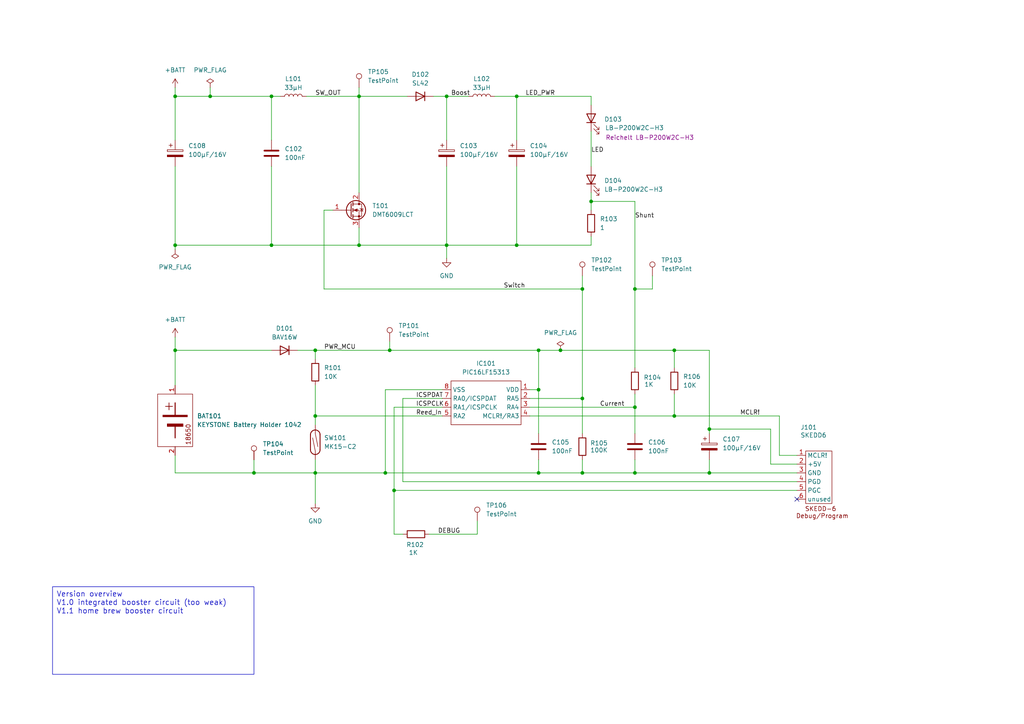
<source format=kicad_sch>
(kicad_sch (version 20250114) (generator "eeschema") (generator_version "9.0")
  (paper "A4")
  (title_block (title "LED Flasher") (date "2024-09-27") (rev "0.0.1") (company "Ingenieurbüro für Elektrotechnik") (comment 1 "Dipl.-Ing. Jürgen Eggeling"))
  (lib_symbols
    (symbol "Connector:TestPoint" (pin_numbers (hide yes)) (pin_names (offset 0.762) (hide yes))
      (property "Reference" "TP" (at 0 6.858 0))
      (property "Value" "TestPoint" (at 0 5.08 0))
      (symbol "TestPoint_0_1"
        (circle (center 0 3.302) (radius 0.762))
      )
      (symbol "TestPoint_1_1"
        (pin passive line (at 0 0 90) (length 2.54) (name "1") (number "1"))
      )
    )
    (symbol "Device:C" (pin_numbers (hide yes)) (pin_names (offset 0.254))
      (property "Reference" "C" (at 0.635 2.54 0))
      (property "Value" "C" (at 0.635 -2.54 0))
      (symbol "C_0_1"
        (polyline (pts (xy -2.032 0.762) (xy 2.032 0.762)) (stroke (width 0.508)))
        (polyline (pts (xy -2.032 -0.762) (xy 2.032 -0.762)) (stroke (width 0.508)))
      )
      (symbol "C_1_1"
        (pin passive line (at 0 3.81 270) (length 2.794) (name "~") (number "1"))
        (pin passive line (at 0 -3.81 90) (length 2.794) (name "~") (number "2"))
      )
    )
    (symbol "Device:C_Polarized" (pin_numbers (hide yes)) (pin_names (offset 0.254))
      (property "Reference" "C" (at 0.635 2.54 0))
      (property "Value" "C_Polarized" (at 0.635 -2.54 0))
      (symbol "C_Polarized_0_1"
        (rectangle (start -2.286 0.508) (end 2.286 1.016))
        (polyline (pts (xy -1.778 2.286) (xy -0.762 2.286)))
        (polyline (pts (xy -1.27 2.794) (xy -1.27 1.778)))
        (rectangle (start 2.286 -0.508) (end -2.286 -1.016) (fill (type outline)))
      )
      (symbol "C_Polarized_1_1"
        (pin passive line (at 0 3.81 270) (length 2.794) (name "~") (number "1"))
        (pin passive line (at 0 -3.81 90) (length 2.794) (name "~") (number "2"))
      )
    )
    (symbol "Device:L" (pin_numbers (hide yes)) (pin_names (offset 1.016) (hide yes))
      (property "Reference" "L" (at -1.27 0 90))
      (property "Value" "L" (at 1.905 0 90))
      (symbol "L_0_1"
        (arc (start 0 2.54) (mid 0.6323 1.905) (end 0 1.27))
        (arc (start 0 1.27) (mid 0.6323 0.635) (end 0 0))
        (arc (start 0 0) (mid 0.6323 -0.635) (end 0 -1.27))
        (arc (start 0 -1.27) (mid 0.6323 -1.905) (end 0 -2.54))
      )
      (symbol "L_1_1"
        (pin passive line (at 0 3.81 270) (length 1.27) (name "1") (number "1"))
        (pin passive line (at 0 -3.81 90) (length 1.27) (name "2") (number "2"))
      )
    )
    (symbol "Device:LED" (pin_numbers (hide yes)) (pin_names (offset 1.016) (hide yes))
      (property "Reference" "D" (at 0 2.54 0))
      (property "Value" "LED" (at 0 -2.54 0))
      (symbol "LED_0_1"
        (polyline (pts (xy -3.048 -0.762) (xy -4.572 -2.286) (xy -3.81 -2.286) (xy -4.572 -2.286) (xy -4.572 -1.524)))
        (polyline (pts (xy -1.778 -0.762) (xy -3.302 -2.286) (xy -2.54 -2.286) (xy -3.302 -2.286) (xy -3.302 -1.524)))
        (polyline (pts (xy -1.27 0) (xy 1.27 0)))
        (polyline (pts (xy -1.27 -1.27) (xy -1.27 1.27)) (stroke (width 0.254)))
        (polyline (pts (xy 1.27 -1.27) (xy 1.27 1.27) (xy -1.27 0) (xy 1.27 -1.27)) (stroke (width 0.254)))
      )
      (symbol "LED_1_1"
        (pin passive line (at -3.81 0 0) (length 2.54) (name "K") (number "1"))
        (pin passive line (at 3.81 0 180) (length 2.54) (name "A") (number "2"))
      )
    )
    (symbol "Device:R" (pin_numbers (hide yes)) (pin_names (offset 0))
      (property "Reference" "R" (at 2.032 0 90))
      (property "Value" "R" (at 0 0 90))
      (symbol "R_0_1"
        (rectangle (start -1.016 -2.54) (end 1.016 2.54) (stroke (width 0.254)))
      )
      (symbol "R_1_1"
        (pin passive line (at 0 3.81 270) (length 1.27) (name "~") (number "1"))
        (pin passive line (at 0 -3.81 90) (length 1.27) (name "~") (number "2"))
      )
    )
    (symbol "Diode:BAV16W" (pin_numbers (hide yes)) (pin_names (hide yes))
      (property "Reference" "D" (at 0 2.54 0))
      (property "Value" "BAV16W" (at 0 -2.54 0))
      (symbol "BAV16W_0_1"
        (polyline (pts (xy -1.27 1.27) (xy -1.27 -1.27)) (stroke (width 0.254)))
        (polyline (pts (xy 1.27 1.27) (xy 1.27 -1.27) (xy -1.27 0) (xy 1.27 1.27)) (stroke (width 0.254)))
        (polyline (pts (xy 1.27 0) (xy -1.27 0)))
      )
      (symbol "BAV16W_1_1"
        (pin passive line (at -3.81 0 0) (length 2.54) (name "K") (number "1"))
        (pin passive line (at 3.81 0 180) (length 2.54) (name "A") (number "2"))
      )
    )
    (symbol "MyPIC:PIC16LF15313"
      (property "Reference" "IC" (at -9.398 10.922 0))
      (property "Value" "PIC16LF15313" (at -3.556 8.382 0))
      (symbol "PIC16LF15313_0_1"
        (rectangle (start -10.16 6.35) (end 10.16 -6.35))
      )
      (symbol "PIC16LF15313_1_1"
        (pin power_in line (at -12.7 3.81 0) (length 2.54) (name "VDD") (number "1"))
        (pin bidirectional line (at -12.7 1.27 0) (length 2.54) (name "RA5") (number "2"))
        (pin bidirectional line (at -12.7 -1.27 0) (length 2.54) (name "RA4") (number "3"))
        (pin bidirectional line (at -12.7 -3.81 0) (length 2.54) (name "MCLR!/RA3") (number "4"))
        (pin power_in line (at 12.7 3.81 180) (length 2.54) (name "VSS") (number "8"))
        (pin bidirectional line (at 12.7 1.27 180) (length 2.54) (name "RA0/ICSPDAT") (number "7"))
        (pin bidirectional line (at 12.7 -1.27 180) (length 2.54) (name "RA1/ICSPCLK") (number "6"))
        (pin bidirectional line (at 12.7 -3.81 180) (length 2.54) (name "RA2") (number "5"))
      )
    )
    (symbol "MyPower:KEYSTONE_1042" (pin_names (hide yes))
      (property "Reference" "BAT" (at 4.064 11.938 0))
      (property "Value" "KEYSTONE Battery Holder 1042" (at 12.192 -10.16 90))
      (symbol "KEYSTONE_1042_0_1"
        (rectangle (start -5.08 7.62) (end 5.08 -7.62))
        (rectangle (start -3.556 1.524) (end 3.556 1.016) (fill (type outline)))
        (polyline (pts (xy -2.794 4.064) (xy -0.762 4.064)) (stroke (width 0.2)))
        (rectangle (start -2.286 -1.016) (end 2.286 -1.778) (fill (type outline)))
        (polyline (pts (xy -1.778 5.08) (xy -1.778 3.048)) (stroke (width 0.2)))
        (polyline (pts (xy 0 5.08) (xy 0 1.27)) (stroke (width 0.3)))
        (polyline (pts (xy 0 -5.08) (xy 0 -1.27)) (stroke (width 0.3)))
      )
      (symbol "KEYSTONE_1042_1_1"
        (text "18650" (at 3.81 -4.064 900) (effects (font (size 1.27 1.27))))
        (pin power_in line (at 0 10.16 270) (length 2.54) (name "+") (number "1"))
        (pin power_in line (at 0 -10.16 90) (length 2.54) (name "-") (number "2"))
      )
    )
    (symbol "SKEDD:SKEDD-6"
      (property "Reference" "J" (at 3.302 4.064 0))
      (symbol "SKEDD-6_0_1"
        (rectangle (start 2.54 1.27) (end 10.16 -13.97))
      )
      (symbol "SKEDD-6_1_1"
        (text "SKEDD-6 \nDebug/Program" (at 7.366 -16.51 0) (effects (font (size 1.27 1.27))))
        (pin bidirectional line (at 0 0 0) (length 2.54) (name "MCLR!") (number "1"))
        (pin power_in line (at 0 -2.54 0) (length 2.54) (name "+5V") (number "2"))
        (pin power_in line (at 0 -5.08 0) (length 2.54) (name "GND") (number "3"))
        (pin bidirectional line (at 0 -7.62 0) (length 2.54) (name "PGD") (number "4"))
        (pin input line (at 0 -10.16 0) (length 2.54) (name "PGC") (number "5"))
        (pin unspecified line (at 0 -12.7 0) (length 2.54) (name "unused") (number "6"))
      )
    )
    (symbol "Switch:SW_Reed" (pin_numbers (hide yes)) (pin_names (offset 0) (hide yes))
      (property "Reference" "SW" (at 0 2.54 0))
      (property "Value" "SW_Reed" (at 0 -2.54 0))
      (symbol "SW_Reed_0_0"
        (polyline (pts (xy -2.54 0) (xy 1.27 0.762)))
        (polyline (pts (xy -2.159 -1.397) (xy 2.286 -1.397)) (stroke (width 0.254)))
        (arc (start -2.159 -1.397) (mid -3.55 0) (end -2.159 1.397) (stroke (width 0.254)))
        (arc (start 2.159 1.397) (mid 3.55 0) (end 2.159 -1.397) (stroke (width 0.254)))
        (polyline (pts (xy 2.159 1.397) (xy -2.159 1.397)) (stroke (width 0.254)))
        (polyline (pts (xy 2.54 0) (xy -1.27 -0.762)))
      )
      (symbol "SW_Reed_1_1"
        (pin passive line (at -5.08 0 0) (length 2.54) (name "1") (number "1"))
        (pin passive line (at 5.08 0 180) (length 2.54) (name "2") (number "2"))
      )
    )
    (symbol "Transistor_FET:BUK7880-55A" (pin_names (hide yes))
      (property "Reference" "Q" (at 5.08 1.905 0))
      (property "Value" "BUK7880-55A" (at 5.08 0 0))
      (symbol "BUK7880-55A_0_1"
        (polyline (pts (xy 0.254 1.905) (xy 0.254 -1.905)) (stroke (width 0.254)))
        (polyline (pts (xy 0.254 0) (xy -2.54 0)))
        (polyline (pts (xy 0.762 2.286) (xy 0.762 1.27)) (stroke (width 0.254)))
        (polyline (pts (xy 0.762 0.508) (xy 0.762 -0.508)) (stroke (width 0.254)))
        (polyline (pts (xy 0.762 -1.27) (xy 0.762 -2.286)) (stroke (width 0.254)))
        (polyline (pts (xy 0.762 -1.778) (xy 3.302 -1.778) (xy 3.302 1.778) (xy 0.762 1.778)))
        (polyline (pts (xy 1.016 0) (xy 2.032 0.381) (xy 2.032 -0.381) (xy 1.016 0)) (fill (type outline)))
        (circle (center 1.651 0) (radius 2.794) (stroke (width 0.254)))
        (polyline (pts (xy 2.54 2.54) (xy 2.54 1.778)))
        (circle (center 2.54 1.778) (radius 0.254) (fill (type outline)))
        (circle (center 2.54 -1.778) (radius 0.254) (fill (type outline)))
        (polyline (pts (xy 2.54 -2.54) (xy 2.54 0) (xy 0.762 0)))
        (polyline (pts (xy 2.794 0.508) (xy 2.921 0.381) (xy 3.683 0.381) (xy 3.81 0.254)))
        (polyline (pts (xy 3.302 0.381) (xy 2.921 -0.254) (xy 3.683 -0.254) (xy 3.302 0.381)))
      )
      (symbol "BUK7880-55A_1_1"
        (pin input line (at -5.08 0 0) (length 2.54) (name "G") (number "1"))
        (pin passive line (at 2.54 5.08 270) (length 2.54) (name "D") (number "2"))
        (pin passive line (at 2.54 -5.08 90) (length 2.54) (name "S") (number "3"))
      )
    )
    (symbol "power:+BATT" (power) (pin_numbers (hide yes)) (pin_names (offset 0) (hide yes))
      (property "Value" "+BATT" (at 0 3.556 0))
      (symbol "+BATT_0_1"
        (polyline (pts (xy -0.762 1.27) (xy 0 2.54)))
        (polyline (pts (xy 0 2.54) (xy 0.762 1.27)))
        (polyline (pts (xy 0 0) (xy 0 2.54)))
      )
      (symbol "+BATT_1_1"
        (pin power_in line (at 0 0 90) (length 0) (name "~") (number "1"))
      )
    )
    (symbol "power:GND" (power) (pin_numbers (hide yes)) (pin_names (offset 0) (hide yes))
      (property "Value" "GND" (at 0 -3.81 0))
      (symbol "GND_0_1"
        (polyline (pts (xy 0 0) (xy 0 -1.27) (xy 1.27 -1.27) (xy 0 -2.54) (xy -1.27 -1.27) (xy 0 -1.27)))
      )
      (symbol "GND_1_1"
        (pin power_in line (at 0 0 270) (length 0) (name "~") (number "1"))
      )
    )
    (symbol "power:PWR_FLAG" (power) (pin_numbers (hide yes)) (pin_names (offset 0) (hide yes))
      (property "Value" "PWR_FLAG" (at 0 3.81 0))
      (symbol "PWR_FLAG_0_0"
        (pin power_out line (at 0 0 90) (length 0) (name "~") (number "1"))
      )
      (symbol "PWR_FLAG_0_1"
        (polyline (pts (xy 0 0) (xy 0 1.27) (xy -1.016 1.905) (xy 0 2.54) (xy 1.016 1.905) (xy 0 1.27)))
      )
    )
  )
  (text_box "Version overview\nV1.0 integrated booster circuit (too weak)\nV1.1 home brew booster circuit" (at 15.24 170.18 0) (size 58.42 25.4) (margins 1.143 1.143 1.143 1.143) (effects (font (size 1.524 1.524)) (justify left top)))
  (junction (at 50.8 27.94))
  (junction (at 104.14 27.94))
  (junction (at 113.03 101.6))
  (junction (at 184.15 83.82))
  (junction (at 129.54 71.12))
  (junction (at 111.76 137.16))
  (junction (at 168.91 115.57))
  (junction (at 195.58 101.6))
  (junction (at 205.74 124.46))
  (junction (at 205.74 137.16))
  (junction (at 114.3 142.24))
  (junction (at 149.86 27.94))
  (junction (at 184.15 137.16))
  (junction (at 156.21 101.6))
  (junction (at 73.66 137.16))
  (junction (at 50.8 71.12))
  (junction (at 91.44 101.6))
  (junction (at 171.45 58.42))
  (junction (at 149.86 71.12))
  (junction (at 91.44 120.65))
  (junction (at 195.58 120.65))
  (junction (at 129.54 27.94))
  (junction (at 91.44 137.16))
  (junction (at 184.15 118.11))
  (junction (at 78.74 27.94))
  (junction (at 168.91 137.16))
  (junction (at 50.8 101.6))
  (junction (at 78.74 71.12))
  (junction (at 162.56 101.6))
  (junction (at 156.21 137.16))
  (junction (at 60.96 27.94))
  (junction (at 168.91 83.82))
  (junction (at 156.21 113.03))
  (junction (at 104.14 71.12))
  (no_connect (at 231.14 144.78))
  (wire (pts (xy 104.14 25.4) (xy 104.14 27.94)))
  (wire (pts (xy 156.21 137.16) (xy 168.91 137.16)))
  (wire (pts (xy 153.67 118.11) (xy 184.15 118.11)))
  (wire (pts (xy 91.44 137.16) (xy 91.44 146.05)))
  (wire (pts (xy 128.27 113.03) (xy 111.76 113.03)))
  (wire (pts (xy 91.44 133.35) (xy 91.44 137.16)))
  (wire (pts (xy 93.98 60.96) (xy 96.52 60.96)))
  (wire (pts (xy 104.14 66.04) (xy 104.14 71.12)))
  (wire (pts (xy 156.21 133.35) (xy 156.21 137.16)))
  (wire (pts (xy 226.06 120.65) (xy 226.06 132.08)))
  (wire (pts (xy 111.76 113.03) (xy 111.76 137.16)))
  (wire (pts (xy 205.74 124.46) (xy 205.74 125.73)))
  (wire (pts (xy 78.74 71.12) (xy 104.14 71.12)))
  (wire (pts (xy 78.74 27.94) (xy 81.28 27.94)))
  (wire (pts (xy 114.3 142.24) (xy 231.14 142.24)))
  (wire (pts (xy 223.52 124.46) (xy 205.74 124.46)))
  (wire (pts (xy 60.96 25.4) (xy 60.96 27.94)))
  (wire (pts (xy 114.3 142.24) (xy 114.3 118.11)))
  (wire (pts (xy 156.21 113.03) (xy 156.21 125.73)))
  (wire (pts (xy 129.54 71.12) (xy 149.86 71.12)))
  (wire (pts (xy 149.86 27.94) (xy 171.45 27.94)))
  (wire (pts (xy 104.14 27.94) (xy 118.11 27.94)))
  (wire (pts (xy 156.21 101.6) (xy 113.03 101.6)))
  (wire (pts (xy 50.8 27.94) (xy 50.8 40.64)))
  (wire (pts (xy 125.73 27.94) (xy 129.54 27.94)))
  (wire (pts (xy 93.98 60.96) (xy 93.98 83.82)))
  (wire (pts (xy 153.67 115.57) (xy 168.91 115.57)))
  (wire (pts (xy 60.96 27.94) (xy 50.8 27.94)))
  (wire (pts (xy 195.58 101.6) (xy 195.58 106.68)))
  (wire (pts (xy 153.67 120.65) (xy 195.58 120.65)))
  (wire (pts (xy 184.15 83.82) (xy 184.15 58.42)))
  (wire (pts (xy 91.44 137.16) (xy 111.76 137.16)))
  (wire (pts (xy 91.44 101.6) (xy 91.44 104.14)))
  (wire (pts (xy 114.3 142.24) (xy 114.3 154.94)))
  (wire (pts (xy 184.15 83.82) (xy 189.23 83.82)))
  (wire (pts (xy 171.45 27.94) (xy 171.45 30.48)))
  (wire (pts (xy 113.03 101.6) (xy 91.44 101.6)))
  (wire (pts (xy 184.15 133.35) (xy 184.15 137.16)))
  (wire (pts (xy 78.74 71.12) (xy 78.74 48.26)))
  (wire (pts (xy 143.51 27.94) (xy 149.86 27.94)))
  (wire (pts (xy 226.06 132.08) (xy 231.14 132.08)))
  (wire (pts (xy 50.8 101.6) (xy 50.8 111.76)))
  (wire (pts (xy 78.74 71.12) (xy 50.8 71.12)))
  (wire (pts (xy 171.45 55.88) (xy 171.45 58.42)))
  (wire (pts (xy 104.14 71.12) (xy 129.54 71.12)))
  (wire (pts (xy 88.9 27.94) (xy 104.14 27.94)))
  (wire (pts (xy 149.86 48.26) (xy 149.86 71.12)))
  (wire (pts (xy 129.54 71.12) (xy 129.54 74.93)))
  (wire (pts (xy 149.86 71.12) (xy 171.45 71.12)))
  (wire (pts (xy 116.84 115.57) (xy 116.84 139.7)))
  (wire (pts (xy 168.91 83.82) (xy 168.91 115.57)))
  (wire (pts (xy 153.67 113.03) (xy 156.21 113.03)))
  (wire (pts (xy 184.15 106.68) (xy 184.15 83.82)))
  (wire (pts (xy 171.45 68.58) (xy 171.45 71.12)))
  (wire (pts (xy 73.66 133.35) (xy 73.66 137.16)))
  (wire (pts (xy 135.89 27.94) (xy 129.54 27.94)))
  (wire (pts (xy 171.45 58.42) (xy 171.45 60.96)))
  (wire (pts (xy 93.98 83.82) (xy 168.91 83.82)))
  (wire (pts (xy 78.74 27.94) (xy 78.74 40.64)))
  (wire (pts (xy 50.8 132.08) (xy 50.8 137.16)))
  (wire (pts (xy 162.56 101.6) (xy 195.58 101.6)))
  (wire (pts (xy 195.58 101.6) (xy 205.74 101.6)))
  (wire (pts (xy 78.74 27.94) (xy 60.96 27.94)))
  (wire (pts (xy 189.23 80.01) (xy 189.23 83.82)))
  (wire (pts (xy 171.45 38.1) (xy 171.45 48.26)))
  (wire (pts (xy 168.91 115.57) (xy 168.91 125.73)))
  (wire (pts (xy 149.86 40.64) (xy 149.86 27.94)))
  (wire (pts (xy 184.15 114.3) (xy 184.15 118.11)))
  (wire (pts (xy 86.36 101.6) (xy 91.44 101.6)))
  (wire (pts (xy 91.44 111.76) (xy 91.44 120.65)))
  (wire (pts (xy 91.44 120.65) (xy 128.27 120.65)))
  (wire (pts (xy 168.91 80.01) (xy 168.91 83.82)))
  (wire (pts (xy 50.8 71.12) (xy 50.8 48.26)))
  (wire (pts (xy 184.15 58.42) (xy 171.45 58.42)))
  (wire (pts (xy 184.15 137.16) (xy 205.74 137.16)))
  (wire (pts (xy 168.91 133.35) (xy 168.91 137.16)))
  (wire (pts (xy 128.27 115.57) (xy 116.84 115.57)))
  (wire (pts (xy 116.84 139.7) (xy 231.14 139.7)))
  (wire (pts (xy 129.54 48.26) (xy 129.54 71.12)))
  (wire (pts (xy 195.58 120.65) (xy 226.06 120.65)))
  (wire (pts (xy 78.74 101.6) (xy 50.8 101.6)))
  (wire (pts (xy 104.14 27.94) (xy 104.14 55.88)))
  (wire (pts (xy 195.58 114.3) (xy 195.58 120.65)))
  (wire (pts (xy 168.91 137.16) (xy 184.15 137.16)))
  (wire (pts (xy 124.46 154.94) (xy 138.43 154.94)))
  (wire (pts (xy 223.52 134.62) (xy 223.52 124.46)))
  (wire (pts (xy 231.14 134.62) (xy 223.52 134.62)))
  (wire (pts (xy 50.8 71.12) (xy 50.8 72.39)))
  (wire (pts (xy 205.74 137.16) (xy 231.14 137.16)))
  (wire (pts (xy 205.74 133.35) (xy 205.74 137.16)))
  (wire (pts (xy 73.66 137.16) (xy 50.8 137.16)))
  (wire (pts (xy 205.74 101.6) (xy 205.74 124.46)))
  (wire (pts (xy 113.03 99.06) (xy 113.03 101.6)))
  (wire (pts (xy 156.21 101.6) (xy 162.56 101.6)))
  (wire (pts (xy 129.54 27.94) (xy 129.54 40.64)))
  (wire (pts (xy 50.8 97.79) (xy 50.8 101.6)))
  (wire (pts (xy 111.76 137.16) (xy 156.21 137.16)))
  (wire (pts (xy 138.43 151.13) (xy 138.43 154.94)))
  (wire (pts (xy 91.44 137.16) (xy 73.66 137.16)))
  (wire (pts (xy 114.3 118.11) (xy 128.27 118.11)))
  (wire (pts (xy 156.21 113.03) (xy 156.21 101.6)))
  (wire (pts (xy 91.44 120.65) (xy 91.44 123.19)))
  (wire (pts (xy 114.3 154.94) (xy 116.84 154.94)))
  (wire (pts (xy 50.8 25.4) (xy 50.8 27.94)))
  (wire (pts (xy 184.15 118.11) (xy 184.15 125.73)))
  (label "ICSPCLK" (at 120.65 118.11 0))
  (label "Reed_In" (at 120.65 120.65 0))
  (label "ICSPDAT" (at 120.65 115.57 0))
  (label "PWR_MCU" (at 93.98 101.6 0))
  (label "MCLR!" (at 214.63 120.65 0))
  (label "Shunt" (at 184.15 63.5 0))
  (label "Boost" (at 130.81 27.94 0))
  (label "Current" (at 173.99 118.11 0))
  (label "LED" (at 171.45 44.45 0))
  (label "Switch" (at 146.05 83.82 0))
  (label "SW_OUT" (at 91.44 27.94 0))
  (label "LED_PWR" (at 152.4 27.94 0))
  (label "DEBUG" (at 127 154.94 0))
  (symbol (lib_id "Device:C_Polarized") (at 149.86 44.45 0) (unit 1)
    (property "Reference" "C104" (at 153.67 42.2909 0) (effects (justify left)))
    (property "Value" "100µF/16V" (at 153.67 44.8309 0) (effects (justify left)))
    (property "Footprint" "Capacitor_SMD:CP_Elec_6.3x5.8" (effects (hide yes)))
    (property "Description" "Polarized capacitor" (effects (hide yes)))
  )
  (symbol (lib_id "Diode:BAV16W") (at 121.92 27.94 180) (unit 1)
    (property "Reference" "D102" (at 121.92 21.59 0))
    (property "Value" "SL42" (at 121.92 24.13 0))
    (property "Footprint" "Diode_SMD:D_SMC_Handsoldering" (effects (hide yes)))
    (property "Datasheet" "https://www.diodes.com/assets/Datasheets/ds30086.pdf" (effects (hide yes)))
    (property "Description" "75V 0.15A Fast Switching Diode, SOD-123" (effects (hide yes)))
    (property "Sim.Device" "D" (effects (hide yes)))
    (property "Sim.Pins" "1=K 2=A" (effects (hide yes)))
  )
  (symbol (lib_id "power:PWR_FLAG") (at 50.8 72.39 180) (unit 1)
    (property "Reference" "#FLG0101" (effects (hide yes)))
    (property "Value" "PWR_FLAG" (at 50.8 77.47 0))
    (property "Description" "Special symbol for telling ERC where power comes from" (effects (hide yes)))
  )
  (symbol (lib_id "Device:R") (at 120.65 154.94 90) (unit 1)
    (property "Reference" "R102" (at 120.396 157.988 90))
    (property "Value" "1K" (at 119.888 160.274 90))
    (property "Footprint" "Resistor_SMD:R_0805_2012Metric_Pad1.20x1.40mm_HandSolder" (effects (hide yes)))
    (property "Description" "Resistor" (effects (hide yes)))
  )
  (symbol (lib_id "Transistor_FET:BUK7880-55A") (at 101.6 60.96 0) (unit 1)
    (property "Reference" "T101" (at 107.95 59.6899 0) (effects (justify left)))
    (property "Value" "DMT6009LCT" (at 107.95 62.2299 0) (effects (justify left)))
    (property "Footprint" "Package_TO_SOT_THT:TO-220-3_Vertical" (effects (hide yes)))
    (property "Datasheet" "https://assets.nexperia.com/documents/data-sheet/BUK7880-55A.pdf" (effects (hide yes)))
    (property "Description" "7A Id, 55V Vds, N-Channel Enhancement Mode MOSFET, SOT-223" (effects (hide yes)))
  )
  (symbol (lib_id "Device:R") (at 195.58 110.49 0) (unit 1)
    (property "Reference" "R106" (at 198.12 109.2199 0) (effects (justify left)))
    (property "Value" "10K" (at 198.12 111.7599 0) (effects (justify left)))
    (property "Footprint" "Resistor_SMD:R_0805_2012Metric_Pad1.20x1.40mm_HandSolder" (effects (hide yes)))
    (property "Description" "Resistor" (effects (hide yes)))
  )
  (symbol (lib_id "Device:R") (at 168.91 129.54 0) (unit 1)
    (property "Reference" "R105" (at 173.736 128.524 0))
    (property "Value" "100K" (at 173.736 130.556 0))
    (property "Footprint" "Resistor_SMD:R_0805_2012Metric_Pad1.20x1.40mm_HandSolder" (effects (hide yes)))
    (property "Description" "Resistor" (effects (hide yes)))
  )
  (symbol (lib_id "Device:C_Polarized") (at 50.8 44.45 0) (unit 1)
    (property "Reference" "C108" (at 54.61 42.2909 0) (effects (justify left)))
    (property "Value" "100µF/16V" (at 54.61 44.8309 0) (effects (justify left)))
    (property "Footprint" "Capacitor_SMD:CP_Elec_6.3x5.8" (effects (hide yes)))
    (property "Description" "Polarized capacitor" (effects (hide yes)))
  )
  (symbol (lib_id "power:+BATT") (at 50.8 25.4 0) (unit 1)
    (property "Reference" "#PWR0101" (effects (hide yes)))
    (property "Value" "+BATT" (at 50.8 20.32 0))
    (property "Description" "Power symbol creates a global label with name \"+BATT\"" (effects (hide yes)))
  )
  (symbol (lib_id "Device:C") (at 184.15 129.54 0) (unit 1)
    (property "Reference" "C106" (at 187.96 128.2699 0) (effects (justify left)))
    (property "Value" "100nF" (at 187.96 130.8099 0) (effects (justify left)))
    (property "Footprint" "Capacitor_SMD:C_0805_2012Metric_Pad1.18x1.45mm_HandSolder" (effects (hide yes)))
    (property "Description" "Unpolarized capacitor" (effects (hide yes)))
  )
  (symbol (lib_id "Connector:TestPoint") (at 189.23 80.01 0) (unit 1)
    (property "Reference" "TP103" (at 191.77 75.4379 0) (effects (justify left)))
    (property "Value" "TestPoint" (at 191.77 77.9779 0) (effects (justify left)))
    (property "Footprint" "TestPoint:TestPoint_Pad_D1.5mm" (effects (hide yes)))
    (property "Description" "test point" (effects (hide yes)))
  )
  (symbol (lib_id "MyPIC:PIC16LF15313") (at 140.97 116.84 0) (mirror y) (unit 1)
    (property "Reference" "IC101" (at 140.97 105.41 0))
    (property "Value" "PIC16LF15313" (at 140.97 107.95 0))
    (property "Footprint" "Package_SO:SSOP-8_3.9x5.05mm_P1.27mm" (effects (hide yes)))
  )
  (symbol (lib_id "Connector:TestPoint") (at 113.03 99.06 0) (unit 1)
    (property "Reference" "TP101" (at 115.57 94.4879 0) (effects (justify left)))
    (property "Value" "TestPoint" (at 115.57 97.0279 0) (effects (justify left)))
    (property "Footprint" "TestPoint:TestPoint_Pad_D1.5mm" (effects (hide yes)))
    (property "Description" "test point" (effects (hide yes)))
  )
  (symbol (lib_id "Device:C") (at 156.21 129.54 0) (unit 1)
    (property "Reference" "C105" (at 160.02 128.2699 0) (effects (justify left)))
    (property "Value" "100nF" (at 160.02 130.8099 0) (effects (justify left)))
    (property "Footprint" "Capacitor_SMD:C_0805_2012Metric_Pad1.18x1.45mm_HandSolder" (effects (hide yes)))
    (property "Description" "Unpolarized capacitor" (effects (hide yes)))
  )
  (symbol (lib_id "Device:LED") (at 171.45 52.07 90) (unit 1)
    (property "Reference" "D104" (at 175.26 52.3874 90) (effects (justify right)))
    (property "Value" "LB-P200W2C-H3" (at 175.26 54.9274 90) (effects (justify right)))
    (property "Footprint" "MyLED:LPB200XX" (effects (hide yes)))
    (property "Description" "Light emitting diode" (effects (hide yes)))
  )
  (symbol (lib_id "Device:R") (at 91.44 107.95 0) (unit 1)
    (property "Reference" "R101" (at 93.98 106.6799 0) (effects (justify left)))
    (property "Value" "10K" (at 93.98 109.2199 0) (effects (justify left)))
    (property "Footprint" "Resistor_SMD:R_0805_2012Metric_Pad1.20x1.40mm_HandSolder" (effects (hide yes)))
    (property "Description" "Resistor" (effects (hide yes)))
  )
  (symbol (lib_id "Device:R") (at 171.45 64.77 0) (unit 1)
    (property "Reference" "R103" (at 173.99 63.4999 0) (effects (justify left)))
    (property "Value" "1" (at 173.99 66.0399 0) (effects (justify left)))
    (property "Footprint" "Resistor_SMD:R_1206_3216Metric_Pad1.30x1.75mm_HandSolder" (effects (hide yes)))
    (property "Description" "Resistor" (effects (hide yes)))
  )
  (symbol (lib_id "Connector:TestPoint") (at 104.14 25.4 0) (unit 1)
    (property "Reference" "TP105" (at 106.68 20.8279 0) (effects (justify left)))
    (property "Value" "TestPoint" (at 106.68 23.3679 0) (effects (justify left)))
    (property "Footprint" "TestPoint:TestPoint_Pad_D1.5mm" (effects (hide yes)))
    (property "Description" "test point" (effects (hide yes)))
  )
  (symbol (lib_id "Connector:TestPoint") (at 168.91 80.01 0) (unit 1)
    (property "Reference" "TP102" (at 171.45 75.4379 0) (effects (justify left)))
    (property "Value" "TestPoint" (at 171.45 77.9779 0) (effects (justify left)))
    (property "Footprint" "TestPoint:TestPoint_Pad_D1.5mm" (effects (hide yes)))
    (property "Description" "test point" (effects (hide yes)))
  )
  (symbol (lib_id "Device:R") (at 184.15 110.49 0) (unit 1)
    (property "Reference" "R104" (at 189.23 109.474 0))
    (property "Value" "1K" (at 188.214 111.506 0))
    (property "Footprint" "Resistor_SMD:R_0805_2012Metric_Pad1.20x1.40mm_HandSolder" (effects (hide yes)))
    (property "Description" "Resistor" (effects (hide yes)))
  )
  (symbol (lib_id "Device:L") (at 139.7 27.94 90) (unit 1)
    (property "Reference" "L102" (at 139.7 22.86 90))
    (property "Value" "33µH" (at 139.7 25.4 90))
    (property "Footprint" "Inductor_SMD:L_12x12mm_H8mm" (effects (hide yes)))
    (property "Description" "Inductor" (effects (hide yes)))
  )
  (symbol (lib_id "Connector:TestPoint") (at 73.66 133.35 0) (unit 1)
    (property "Reference" "TP104" (at 76.2 128.7779 0) (effects (justify left)))
    (property "Value" "TestPoint" (at 76.2 131.3179 0) (effects (justify left)))
    (property "Footprint" "TestPoint:TestPoint_Pad_D1.5mm" (effects (hide yes)))
    (property "Description" "test point" (effects (hide yes)))
  )
  (symbol (lib_id "Diode:BAV16W") (at 82.55 101.6 180) (unit 1)
    (property "Reference" "D101" (at 82.55 95.25 0))
    (property "Value" "BAV16W" (at 82.55 97.79 0))
    (property "Footprint" "Diode_SMD:D_SOD-123" (effects (hide yes)))
    (property "Datasheet" "https://www.diodes.com/assets/Datasheets/ds30086.pdf" (effects (hide yes)))
    (property "Description" "75V 0.15A Fast Switching Diode, SOD-123" (effects (hide yes)))
    (property "Sim.Device" "D" (effects (hide yes)))
    (property "Sim.Pins" "1=K 2=A" (effects (hide yes)))
  )
  (symbol (lib_id "power:GND") (at 129.54 74.93 0) (unit 1)
    (property "Reference" "#PWR0104" (effects (hide yes)))
    (property "Value" "GND" (at 129.54 80.01 0))
    (property "Description" "Power symbol creates a global label with name \"GND\" , ground" (effects (hide yes)))
  )
  (symbol (lib_id "SKEDD:SKEDD-6") (at 231.14 132.08 0) (unit 1)
    (property "Reference" "J101" (at 232.156 123.952 0) (effects (justify left)))
    (property "Value" "SKEDD6" (at 232.156 126.238 0) (effects (justify left)))
    (property "Footprint" "MySkedd:SKEDD-6" (effects (hide yes)))
  )
  (symbol (lib_id "Device:LED") (at 171.45 34.29 90) (unit 1)
    (property "Reference" "D103" (at 175.26 34.6074 90) (effects (justify right)))
    (property "Value" "LB-P200W2C-H3" (at 175.514 37.084 90) (effects (justify right)))
    (property "Footprint" "MyLED:LPB200XX" (effects (hide yes)))
    (property "Description" "Light emitting diode" (effects (hide yes)))
    (property "Supplier1" "Reichelt LB-P200W2C-H3" (at 188.468 39.878 90))
  )
  (symbol (lib_id "power:PWR_FLAG") (at 60.96 25.4 0) (unit 1)
    (property "Reference" "#FLG0102" (effects (hide yes)))
    (property "Value" "PWR_FLAG" (at 60.96 20.32 0))
    (property "Description" "Special symbol for telling ERC where power comes from" (effects (hide yes)))
  )
  (symbol (lib_id "Device:C_Polarized") (at 205.74 129.54 0) (unit 1)
    (property "Reference" "C107" (at 209.55 127.3809 0) (effects (justify left)))
    (property "Value" "100µF/16V" (at 209.55 129.9209 0) (effects (justify left)))
    (property "Footprint" "Capacitor_SMD:CP_Elec_6.3x5.8" (effects (hide yes)))
    (property "Description" "Polarized capacitor" (effects (hide yes)))
  )
  (symbol (lib_id "power:GND") (at 91.44 146.05 0) (unit 1)
    (property "Reference" "#PWR0103" (effects (hide yes)))
    (property "Value" "GND" (at 91.44 151.13 0))
    (property "Description" "Power symbol creates a global label with name \"GND\" , ground" (effects (hide yes)))
  )
  (symbol (lib_id "Device:C") (at 78.74 44.45 0) (unit 1)
    (property "Reference" "C102" (at 82.55 43.1799 0) (effects (justify left)))
    (property "Value" "100nF" (at 82.55 45.7199 0) (effects (justify left)))
    (property "Footprint" "Capacitor_SMD:C_0805_2012Metric_Pad1.18x1.45mm_HandSolder" (effects (hide yes)))
    (property "Description" "Unpolarized capacitor" (effects (hide yes)))
  )
  (symbol (lib_id "Connector:TestPoint") (at 138.43 151.13 0) (unit 1)
    (property "Reference" "TP106" (at 140.97 146.5579 0) (effects (justify left)))
    (property "Value" "TestPoint" (at 140.97 149.0979 0) (effects (justify left)))
    (property "Footprint" "TestPoint:TestPoint_Pad_D1.5mm" (effects (hide yes)))
    (property "Description" "test point" (effects (hide yes)))
  )
  (symbol (lib_id "MyPower:KEYSTONE_1042") (at 50.8 121.92 0) (unit 1)
    (property "Reference" "BAT101" (at 57.15 120.6499 0) (effects (justify left)))
    (property "Value" "KEYSTONE Battery Holder 1042" (at 57.15 123.1899 0) (effects (justify left)))
    (property "Footprint" "Battery:BatteryHolder_Keystone_1042_1x18650" (effects (hide yes)))
    (property "Description" "Keystone Batteriehalter für 1*18650 Lithium Batterie" (effects (hide yes)))
  )
  (symbol (lib_id "Switch:SW_Reed") (at 91.44 128.27 90) (unit 1)
    (property "Reference" "SW101" (at 93.98 126.9999 90) (effects (justify right)))
    (property "Value" "MK15-C2" (at 93.98 129.5399 90) (effects (justify right)))
    (property "Footprint" "MyReed:Meder MK15-C-2" (effects (hide yes)))
    (property "Description" "reed switch" (effects (hide yes)))
  )
  (symbol (lib_id "Device:C_Polarized") (at 129.54 44.45 0) (unit 1)
    (property "Reference" "C103" (at 133.35 42.2909 0) (effects (justify left)))
    (property "Value" "100µF/16V" (at 133.35 44.8309 0) (effects (justify left)))
    (property "Footprint" "Capacitor_SMD:CP_Elec_6.3x5.8" (effects (hide yes)))
    (property "Description" "Polarized capacitor" (effects (hide yes)))
  )
  (symbol (lib_id "power:PWR_FLAG") (at 162.56 101.6 0) (unit 1)
    (property "Reference" "#FLG0103" (effects (hide yes)))
    (property "Value" "PWR_FLAG" (at 162.56 96.52 0))
    (property "Description" "Special symbol for telling ERC where power comes from" (effects (hide yes)))
  )
  (symbol (lib_id "Device:L") (at 85.09 27.94 90) (unit 1)
    (property "Reference" "L101" (at 85.09 22.86 90))
    (property "Value" "33µH" (at 85.09 25.4 90))
    (property "Footprint" "Inductor_SMD:L_12x12mm_H8mm" (effects (hide yes)))
    (property "Description" "Inductor" (effects (hide yes)))
  )
  (symbol (lib_id "power:+BATT") (at 50.8 97.79 0) (unit 1)
    (property "Reference" "#PWR0102" (effects (hide yes)))
    (property "Value" "+BATT" (at 50.8 92.71 0))
    (property "Description" "Power symbol creates a global label with name \"+BATT\"" (effects (hide yes)))
  )
)
</source>
